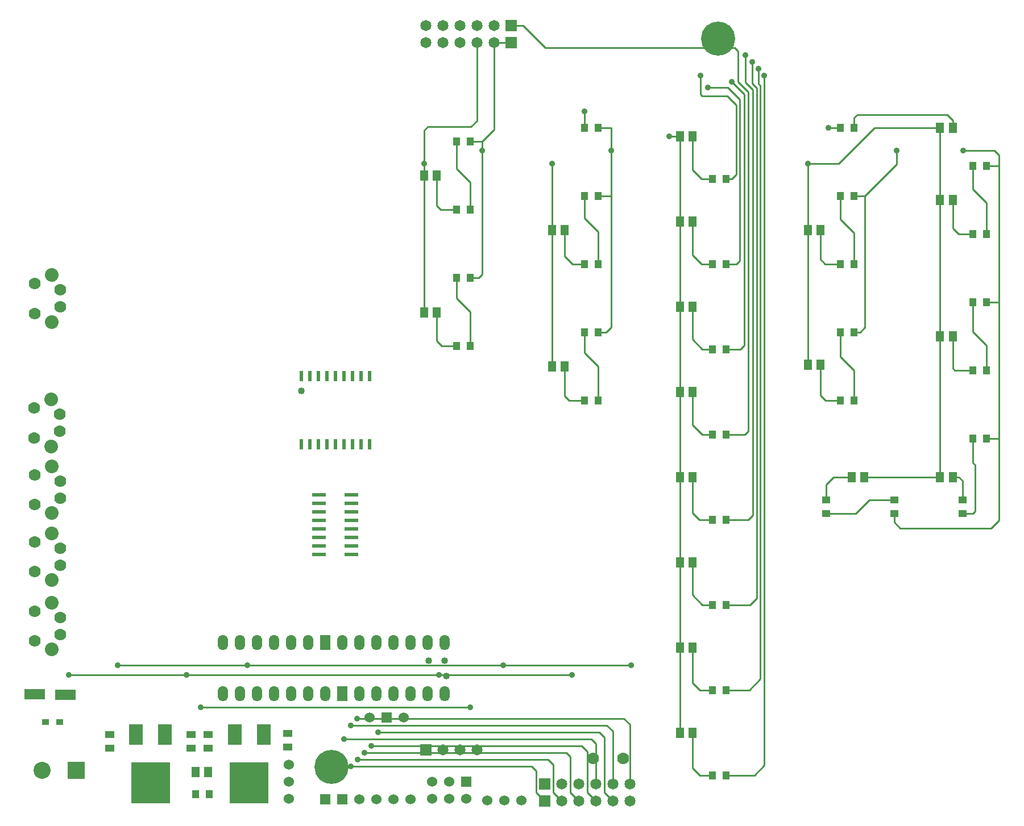
<source format=gbl>
G04 (created by PCBNEW-RS274X (2011-12-28 BZR 3254)-stable) date 7/11/2012 5:38:12 PM*
G01*
G70*
G90*
%MOIN*%
G04 Gerber Fmt 3.4, Leading zero omitted, Abs format*
%FSLAX34Y34*%
G04 APERTURE LIST*
%ADD10C,0.006000*%
%ADD11R,0.051200X0.059000*%
%ADD12R,0.040000X0.050000*%
%ADD13R,0.050000X0.040000*%
%ADD14C,0.060000*%
%ADD15R,0.060000X0.060000*%
%ADD16C,0.200000*%
%ADD17C,0.070000*%
%ADD18C,0.080000*%
%ADD19R,0.040000X0.035000*%
%ADD20R,0.022000X0.060000*%
%ADD21R,0.080000X0.024000*%
%ADD22C,0.065000*%
%ADD23R,0.065000X0.065000*%
%ADD24C,0.040000*%
%ADD25O,0.060000X0.090000*%
%ADD26R,0.060000X0.090000*%
%ADD27R,0.120000X0.064000*%
%ADD28R,0.056000X0.042000*%
%ADD29R,0.100000X0.100000*%
%ADD30C,0.100000*%
%ADD31R,0.228000X0.244000*%
%ADD32R,0.080000X0.120000*%
%ADD33C,0.035000*%
%ADD34C,0.010000*%
G04 APERTURE END LIST*
G54D10*
G54D11*
X69925Y-31750D03*
X69175Y-31750D03*
X54675Y-45000D03*
X53925Y-45000D03*
X54675Y-20000D03*
X53925Y-20000D03*
X54675Y-25000D03*
X53925Y-25000D03*
X54675Y-30000D03*
X53925Y-30000D03*
X54675Y-35000D03*
X53925Y-35000D03*
X54675Y-40000D03*
X53925Y-40000D03*
X54675Y-50000D03*
X53925Y-50000D03*
X54675Y-55000D03*
X53925Y-55000D03*
X64000Y-40000D03*
X64750Y-40000D03*
X69925Y-40000D03*
X69175Y-40000D03*
X69925Y-23750D03*
X69175Y-23750D03*
X69925Y-19525D03*
X69175Y-19525D03*
X62175Y-33400D03*
X61425Y-33400D03*
X62175Y-25500D03*
X61425Y-25500D03*
G54D12*
X55850Y-22500D03*
X56650Y-22500D03*
X64150Y-19500D03*
X63350Y-19500D03*
X71100Y-21750D03*
X71900Y-21750D03*
X71100Y-25750D03*
X71900Y-25750D03*
X71100Y-29750D03*
X71900Y-29750D03*
X71100Y-33750D03*
X71900Y-33750D03*
X71100Y-37750D03*
X71900Y-37750D03*
G54D13*
X70500Y-41350D03*
X70500Y-42150D03*
X66500Y-41350D03*
X66500Y-42150D03*
X62500Y-41350D03*
X62500Y-42150D03*
G54D12*
X55850Y-57500D03*
X56650Y-57500D03*
X55850Y-32500D03*
X56650Y-32500D03*
X55850Y-37500D03*
X56650Y-37500D03*
X48350Y-19500D03*
X49150Y-19500D03*
X55850Y-42500D03*
X56650Y-42500D03*
X55850Y-47500D03*
X56650Y-47500D03*
X55850Y-52500D03*
X56650Y-52500D03*
X55850Y-27500D03*
X56650Y-27500D03*
X63350Y-23500D03*
X64150Y-23500D03*
X63350Y-27500D03*
X64150Y-27500D03*
X63350Y-31500D03*
X64150Y-31500D03*
X63350Y-35500D03*
X64150Y-35500D03*
G54D11*
X39675Y-22300D03*
X38925Y-22300D03*
X47175Y-33500D03*
X46425Y-33500D03*
X47175Y-25500D03*
X46425Y-25500D03*
X39675Y-30350D03*
X38925Y-30350D03*
G54D12*
X40850Y-20300D03*
X41650Y-20300D03*
X40850Y-24300D03*
X41650Y-24300D03*
X40850Y-28300D03*
X41650Y-28300D03*
X40850Y-32300D03*
X41650Y-32300D03*
X48350Y-23500D03*
X49150Y-23500D03*
X48350Y-27500D03*
X49150Y-27500D03*
X48350Y-31500D03*
X49150Y-31500D03*
X48350Y-35500D03*
X49150Y-35500D03*
G54D14*
X35725Y-54100D03*
X37725Y-54100D03*
G54D15*
X36725Y-54100D03*
G54D16*
X33500Y-57000D03*
X56175Y-14275D03*
G54D17*
X16100Y-28650D03*
X16100Y-30400D03*
G54D18*
X17100Y-28150D03*
X17100Y-30900D03*
G54D17*
X17600Y-30025D03*
X17600Y-29025D03*
X16075Y-35950D03*
X16075Y-37700D03*
G54D18*
X17075Y-35450D03*
X17075Y-38200D03*
G54D17*
X17575Y-37325D03*
X17575Y-36325D03*
X16100Y-39875D03*
X16100Y-41625D03*
G54D18*
X17100Y-39375D03*
X17100Y-42125D03*
G54D17*
X17600Y-41250D03*
X17600Y-40250D03*
X16100Y-43800D03*
X16100Y-45550D03*
G54D18*
X17100Y-43300D03*
X17100Y-46050D03*
G54D17*
X17600Y-45175D03*
X17600Y-44175D03*
X16100Y-47875D03*
X16100Y-49625D03*
G54D18*
X17100Y-47375D03*
X17100Y-50125D03*
G54D17*
X17600Y-49250D03*
X17600Y-48250D03*
X50600Y-56500D03*
X48850Y-56500D03*
G54D19*
X17575Y-54375D03*
X16725Y-54375D03*
G54D20*
X35725Y-38075D03*
X35225Y-38075D03*
X34725Y-38075D03*
X34225Y-38075D03*
X33725Y-38075D03*
X33225Y-38075D03*
X32725Y-38075D03*
X32225Y-38075D03*
X32225Y-34075D03*
X32725Y-34075D03*
X33225Y-34075D03*
X33725Y-34075D03*
X34225Y-34075D03*
X34725Y-34075D03*
X35225Y-34075D03*
X35725Y-34075D03*
X31725Y-38075D03*
X31725Y-34075D03*
G54D21*
X32775Y-44550D03*
X32775Y-44050D03*
X32775Y-43550D03*
X32775Y-43050D03*
X32775Y-42550D03*
X32775Y-42050D03*
X32775Y-41550D03*
X32775Y-41050D03*
X34675Y-41050D03*
X34675Y-41550D03*
X34675Y-42050D03*
X34675Y-42550D03*
X34675Y-43050D03*
X34675Y-43550D03*
X34675Y-44050D03*
X34675Y-44550D03*
G54D11*
X25525Y-57325D03*
X26275Y-57325D03*
G54D22*
X42050Y-56025D03*
G54D23*
X39050Y-56025D03*
G54D22*
X40050Y-56025D03*
X41050Y-56025D03*
G54D12*
X25525Y-58625D03*
X26325Y-58625D03*
G54D24*
X31725Y-34950D03*
X40250Y-51675D03*
X40125Y-50775D03*
X39200Y-50775D03*
G54D14*
X39400Y-58875D03*
X39400Y-57875D03*
X40400Y-58875D03*
X40400Y-57875D03*
X41400Y-58875D03*
G54D15*
X41400Y-57875D03*
X33125Y-58900D03*
X34125Y-58900D03*
G54D14*
X35125Y-58900D03*
X36125Y-58900D03*
X37125Y-58900D03*
X38125Y-58900D03*
G54D25*
X28150Y-52725D03*
X29150Y-52725D03*
X30150Y-52725D03*
X31150Y-52725D03*
X32150Y-52725D03*
X33150Y-52725D03*
G54D26*
X34150Y-52725D03*
G54D25*
X35150Y-52725D03*
X36150Y-52725D03*
X37150Y-52725D03*
X38150Y-52725D03*
X39150Y-52725D03*
X40150Y-52725D03*
X27150Y-52725D03*
X40150Y-49725D03*
X39150Y-49725D03*
X38150Y-49725D03*
X37150Y-49725D03*
X36150Y-49725D03*
X35150Y-49725D03*
X34150Y-49725D03*
G54D26*
X33150Y-49725D03*
G54D25*
X32150Y-49725D03*
X31150Y-49725D03*
X30150Y-49725D03*
X29150Y-49725D03*
X28150Y-49725D03*
X27150Y-49725D03*
G54D27*
X17900Y-52775D03*
X16100Y-52750D03*
G54D28*
X26275Y-55125D03*
X26275Y-55925D03*
X30925Y-55850D03*
X30925Y-55050D03*
X25275Y-55125D03*
X25275Y-55925D03*
X20500Y-55125D03*
X20500Y-55925D03*
G54D29*
X18550Y-57200D03*
G54D30*
X16550Y-57200D03*
G54D23*
X46000Y-59000D03*
G54D22*
X47000Y-59000D03*
X48000Y-59000D03*
X49000Y-59000D03*
X50000Y-59000D03*
X51000Y-59000D03*
G54D23*
X46000Y-58000D03*
G54D22*
X47000Y-58000D03*
X48000Y-58000D03*
X49000Y-58000D03*
X50000Y-58000D03*
X51000Y-58000D03*
G54D23*
X44025Y-14500D03*
G54D22*
X43025Y-14500D03*
X42025Y-14500D03*
X41025Y-14500D03*
X40025Y-14500D03*
X39025Y-14500D03*
G54D23*
X44025Y-13500D03*
G54D22*
X43025Y-13500D03*
X42025Y-13500D03*
X41025Y-13500D03*
X40025Y-13500D03*
X39025Y-13500D03*
G54D14*
X31000Y-56875D03*
X31000Y-57875D03*
X31000Y-58875D03*
X44650Y-58975D03*
X43650Y-58975D03*
X42650Y-58975D03*
G54D31*
X22900Y-57950D03*
G54D32*
X23750Y-55125D03*
X22050Y-55125D03*
G54D31*
X28675Y-57950D03*
G54D32*
X29525Y-55125D03*
X27825Y-55125D03*
G54D33*
X28575Y-51050D03*
X20975Y-51050D03*
X51075Y-51050D03*
X43575Y-51050D03*
X53300Y-20000D03*
X42325Y-20850D03*
X70525Y-20850D03*
X49900Y-20850D03*
X66625Y-20850D03*
X46425Y-21600D03*
X61425Y-21600D03*
X38925Y-21600D03*
X58875Y-16450D03*
X58525Y-16050D03*
X58175Y-15650D03*
X57775Y-15250D03*
X56975Y-16825D03*
X55575Y-17150D03*
X55150Y-16450D03*
X39800Y-51600D03*
X47600Y-51600D03*
X18100Y-51600D03*
X25000Y-51600D03*
X41650Y-53525D03*
X25850Y-53525D03*
X35450Y-56175D03*
X35050Y-56575D03*
X34650Y-56975D03*
X35000Y-54175D03*
X34625Y-54575D03*
X35850Y-55775D03*
X34250Y-55375D03*
X36250Y-54975D03*
X48350Y-18550D03*
X62650Y-19500D03*
G54D34*
X43575Y-51050D02*
X28825Y-51050D01*
X28575Y-51050D02*
X28825Y-51050D01*
X20975Y-51050D02*
X28825Y-51050D01*
X51075Y-51050D02*
X43575Y-51050D01*
X53925Y-25000D02*
X53925Y-20000D01*
X53925Y-40000D02*
X53925Y-35000D01*
X53925Y-55000D02*
X53925Y-50000D01*
X53925Y-35000D02*
X53925Y-30000D01*
X53925Y-45000D02*
X53925Y-40000D01*
X53925Y-50000D02*
X53925Y-45000D01*
X53925Y-20000D02*
X53300Y-20000D01*
X53925Y-30000D02*
X53925Y-25000D01*
X66625Y-21125D02*
X66625Y-21650D01*
X49900Y-31200D02*
X49900Y-23500D01*
X70525Y-20850D02*
X72375Y-20850D01*
X72625Y-36675D02*
X72625Y-29750D01*
X66500Y-42650D02*
X66500Y-42150D01*
X72625Y-37750D02*
X72625Y-42550D01*
X42325Y-21175D02*
X42325Y-20300D01*
X66625Y-20850D02*
X66625Y-21125D01*
X49900Y-20600D02*
X49900Y-20850D01*
X66625Y-21650D02*
X64775Y-23500D01*
X64150Y-31500D02*
X64500Y-31500D01*
X42125Y-28300D02*
X42325Y-28100D01*
X71275Y-43000D02*
X66850Y-43000D01*
X64775Y-31225D02*
X64775Y-23500D01*
X49150Y-31500D02*
X49600Y-31500D01*
X72175Y-43000D02*
X71275Y-43000D01*
X49900Y-20600D02*
X49900Y-19500D01*
X71900Y-29750D02*
X72625Y-29750D01*
X42125Y-28300D02*
X41650Y-28300D01*
X43025Y-14500D02*
X44025Y-14500D01*
X49900Y-19500D02*
X49150Y-19500D01*
X41650Y-20300D02*
X42325Y-20300D01*
X43025Y-14500D02*
X43025Y-19600D01*
X64775Y-23500D02*
X64150Y-23500D01*
X71900Y-37750D02*
X72625Y-37750D01*
X72625Y-42550D02*
X72175Y-43000D01*
X43025Y-19600D02*
X42325Y-20300D01*
X49900Y-23500D02*
X49900Y-20600D01*
X72625Y-29750D02*
X72625Y-21750D01*
X42325Y-28100D02*
X42325Y-21175D01*
X49600Y-31500D02*
X49900Y-31200D01*
X49150Y-23500D02*
X49900Y-23500D01*
X72625Y-36675D02*
X72625Y-37750D01*
X72625Y-21750D02*
X72625Y-21100D01*
X66850Y-43000D02*
X66500Y-42650D01*
X72625Y-37450D02*
X72625Y-36675D01*
X42325Y-20850D02*
X42325Y-21175D01*
X64500Y-31500D02*
X64775Y-31225D01*
X72375Y-20850D02*
X72625Y-21100D01*
X72625Y-21750D02*
X71900Y-21750D01*
X42025Y-14500D02*
X42025Y-19100D01*
X65000Y-19850D02*
X63250Y-21600D01*
X65325Y-19525D02*
X65000Y-19850D01*
X42025Y-19100D02*
X41675Y-19450D01*
X46425Y-33500D02*
X46425Y-25500D01*
X64750Y-40000D02*
X69175Y-40000D01*
X69175Y-23750D02*
X69175Y-19525D01*
X69175Y-19525D02*
X65325Y-19525D01*
X61425Y-21600D02*
X61425Y-25500D01*
X41675Y-19450D02*
X39150Y-19450D01*
X69175Y-31750D02*
X69175Y-40000D01*
X38925Y-22200D02*
X38925Y-19675D01*
X61425Y-25500D02*
X61425Y-33400D01*
X38925Y-22300D02*
X38925Y-22200D01*
X38925Y-19675D02*
X39150Y-19450D01*
X69175Y-23750D02*
X69175Y-31750D01*
X38925Y-21600D02*
X38925Y-22200D01*
X61425Y-21600D02*
X63250Y-21600D01*
X46425Y-21600D02*
X46425Y-25500D01*
X38925Y-30350D02*
X38925Y-22300D01*
X56650Y-57500D02*
X58300Y-57500D01*
X58300Y-57500D02*
X58875Y-56925D01*
X58875Y-56925D02*
X58875Y-16450D01*
X58525Y-16925D02*
X58525Y-16050D01*
X58000Y-52500D02*
X58650Y-51850D01*
X58650Y-17050D02*
X58525Y-16925D01*
X58650Y-51850D02*
X58650Y-17050D01*
X56650Y-52500D02*
X58000Y-52500D01*
X56650Y-47500D02*
X58025Y-47500D01*
X58425Y-47100D02*
X58425Y-17175D01*
X58175Y-16925D02*
X58175Y-15650D01*
X58025Y-47500D02*
X58425Y-47100D01*
X58425Y-17175D02*
X58175Y-16925D01*
X58200Y-42250D02*
X58200Y-17275D01*
X56650Y-42500D02*
X57950Y-42500D01*
X57950Y-42500D02*
X58200Y-42250D01*
X57775Y-16850D02*
X57775Y-15250D01*
X58200Y-17275D02*
X57775Y-16850D01*
X46050Y-14825D02*
X44725Y-13500D01*
X57750Y-37500D02*
X57950Y-37300D01*
X57150Y-14825D02*
X46050Y-14825D01*
X57350Y-16800D02*
X57350Y-15025D01*
X44725Y-13500D02*
X44025Y-13500D01*
X57350Y-15025D02*
X57150Y-14825D01*
X57950Y-37300D02*
X57950Y-17400D01*
X57950Y-17400D02*
X57350Y-16800D01*
X56650Y-37500D02*
X57750Y-37500D01*
X56650Y-32500D02*
X57475Y-32500D01*
X57475Y-32500D02*
X57700Y-32275D01*
X57700Y-32275D02*
X57700Y-17550D01*
X57700Y-17550D02*
X56975Y-16825D01*
X57450Y-27300D02*
X57450Y-17850D01*
X55575Y-17150D02*
X56750Y-17150D01*
X56650Y-27500D02*
X57250Y-27500D01*
X57250Y-27500D02*
X57450Y-27300D01*
X56750Y-17150D02*
X57450Y-17850D01*
X57225Y-18175D02*
X56700Y-17650D01*
X56975Y-22500D02*
X57225Y-22250D01*
X55250Y-17650D02*
X56700Y-17650D01*
X57225Y-22250D02*
X57225Y-18175D01*
X55150Y-16450D02*
X55150Y-17550D01*
X56650Y-22500D02*
X56975Y-22500D01*
X55150Y-17550D02*
X55250Y-17650D01*
X40850Y-51600D02*
X47600Y-51600D01*
X25000Y-51600D02*
X39800Y-51600D01*
X39800Y-51600D02*
X40850Y-51600D01*
X18100Y-51600D02*
X25000Y-51600D01*
X25850Y-53525D02*
X41650Y-53525D01*
X47500Y-58500D02*
X48000Y-59000D01*
X46600Y-56175D02*
X47275Y-56175D01*
X47275Y-56175D02*
X47500Y-56400D01*
X47500Y-56400D02*
X47500Y-58500D01*
X35450Y-56175D02*
X46600Y-56175D01*
X46200Y-56575D02*
X46500Y-56875D01*
X46500Y-56875D02*
X46500Y-58500D01*
X46000Y-56575D02*
X46200Y-56575D01*
X46500Y-58500D02*
X47000Y-59000D01*
X35050Y-56575D02*
X46000Y-56575D01*
X34650Y-56975D02*
X44875Y-56975D01*
X45500Y-57250D02*
X45500Y-58500D01*
X45225Y-56975D02*
X45500Y-57250D01*
X45500Y-58500D02*
X46000Y-59000D01*
X44875Y-56975D02*
X45225Y-56975D01*
X51000Y-58000D02*
X51000Y-54525D01*
X51000Y-54525D02*
X50650Y-54175D01*
X35000Y-54175D02*
X50650Y-54175D01*
X34625Y-54575D02*
X49650Y-54575D01*
X50000Y-58000D02*
X50000Y-54925D01*
X50000Y-54925D02*
X49650Y-54575D01*
X48175Y-55775D02*
X48500Y-56100D01*
X48500Y-56100D02*
X48500Y-58500D01*
X47800Y-55775D02*
X48175Y-55775D01*
X48500Y-58500D02*
X49000Y-59000D01*
X35850Y-55775D02*
X47800Y-55775D01*
X48725Y-55375D02*
X49000Y-55650D01*
X48375Y-55375D02*
X48725Y-55375D01*
X49000Y-55650D02*
X49000Y-58000D01*
X34250Y-55375D02*
X48375Y-55375D01*
X48925Y-54975D02*
X49200Y-54975D01*
X49500Y-58500D02*
X50000Y-59000D01*
X49500Y-55275D02*
X49500Y-58500D01*
X36250Y-54975D02*
X48925Y-54975D01*
X49200Y-54975D02*
X49500Y-55275D01*
X64150Y-35500D02*
X64150Y-33750D01*
X64150Y-33750D02*
X63350Y-32950D01*
X63350Y-32950D02*
X63350Y-31500D01*
X49150Y-33500D02*
X48350Y-32700D01*
X49150Y-35500D02*
X49150Y-33500D01*
X48350Y-32700D02*
X48350Y-31500D01*
X48350Y-18550D02*
X48350Y-19500D01*
X63350Y-19500D02*
X62650Y-19500D01*
X63350Y-24875D02*
X63350Y-23500D01*
X64150Y-25675D02*
X63350Y-24875D01*
X64150Y-27500D02*
X64150Y-25675D01*
X71100Y-31475D02*
X71100Y-29750D01*
X71900Y-33750D02*
X71900Y-32275D01*
X71900Y-32275D02*
X71100Y-31475D01*
X71900Y-25750D02*
X71900Y-23925D01*
X71100Y-23125D02*
X71100Y-21750D01*
X71900Y-23925D02*
X71100Y-23125D01*
X64250Y-42150D02*
X65050Y-41350D01*
X65050Y-41350D02*
X66500Y-41350D01*
X62500Y-42150D02*
X64250Y-42150D01*
X41650Y-24300D02*
X41650Y-22700D01*
X40850Y-21900D02*
X40850Y-20300D01*
X41650Y-22700D02*
X40850Y-21900D01*
X41650Y-30325D02*
X40850Y-29525D01*
X41650Y-32300D02*
X41650Y-30325D01*
X40850Y-29525D02*
X40850Y-28300D01*
X49150Y-27500D02*
X49150Y-25600D01*
X49150Y-25600D02*
X48350Y-24800D01*
X48350Y-24800D02*
X48350Y-23500D01*
X55850Y-47500D02*
X55250Y-47500D01*
X54675Y-46925D02*
X54675Y-45000D01*
X55250Y-47500D02*
X54675Y-46925D01*
X55850Y-42500D02*
X55075Y-42500D01*
X54675Y-42100D02*
X54675Y-40000D01*
X55075Y-42500D02*
X54675Y-42100D01*
X55225Y-37500D02*
X54675Y-36950D01*
X55850Y-37500D02*
X55225Y-37500D01*
X54675Y-36950D02*
X54675Y-35000D01*
X55850Y-32500D02*
X55250Y-32500D01*
X54675Y-31925D02*
X54675Y-30000D01*
X55250Y-32500D02*
X54675Y-31925D01*
X54675Y-26975D02*
X54675Y-25000D01*
X55200Y-27500D02*
X54675Y-26975D01*
X55850Y-27500D02*
X55200Y-27500D01*
X55850Y-22500D02*
X55200Y-22500D01*
X54675Y-21975D02*
X54675Y-20000D01*
X55200Y-22500D02*
X54675Y-21975D01*
X62500Y-41350D02*
X62500Y-40450D01*
X62950Y-40000D02*
X64000Y-40000D01*
X62500Y-40450D02*
X62950Y-40000D01*
X70500Y-41350D02*
X70500Y-40225D01*
X70275Y-40000D02*
X69925Y-40000D01*
X70500Y-40225D02*
X70275Y-40000D01*
X69925Y-31750D02*
X69925Y-33625D01*
X69925Y-33625D02*
X70050Y-33750D01*
X71100Y-33750D02*
X70050Y-33750D01*
X71100Y-25750D02*
X70275Y-25750D01*
X70275Y-25750D02*
X69925Y-25400D01*
X69925Y-23750D02*
X69925Y-25400D01*
X39900Y-24300D02*
X39675Y-24075D01*
X39675Y-24075D02*
X39675Y-22300D01*
X40850Y-24300D02*
X39900Y-24300D01*
X40850Y-32300D02*
X39975Y-32300D01*
X39975Y-32300D02*
X39675Y-32000D01*
X39675Y-32000D02*
X39675Y-30350D01*
X71100Y-39150D02*
X71100Y-37750D01*
X70500Y-42150D02*
X71100Y-42150D01*
X71250Y-39300D02*
X71100Y-39150D01*
X71250Y-42000D02*
X71250Y-39300D01*
X71100Y-42150D02*
X71250Y-42000D01*
X47625Y-27500D02*
X47175Y-27050D01*
X48350Y-27500D02*
X47625Y-27500D01*
X47175Y-27050D02*
X47175Y-25500D01*
X48350Y-35500D02*
X47425Y-35500D01*
X47175Y-35250D02*
X47175Y-33500D01*
X47425Y-35500D02*
X47175Y-35250D01*
X62450Y-27500D02*
X62175Y-27225D01*
X62175Y-27225D02*
X62175Y-25500D01*
X63350Y-27500D02*
X62450Y-27500D01*
X69925Y-19525D02*
X69925Y-19075D01*
X69600Y-18750D02*
X64325Y-18750D01*
X64325Y-18750D02*
X64150Y-18925D01*
X64150Y-18925D02*
X64150Y-19500D01*
X69925Y-19075D02*
X69600Y-18750D01*
X63350Y-35500D02*
X62475Y-35500D01*
X62175Y-35200D02*
X62175Y-33400D01*
X62475Y-35500D02*
X62175Y-35200D01*
X55850Y-57500D02*
X55100Y-57500D01*
X54675Y-57075D02*
X54675Y-55000D01*
X55100Y-57500D02*
X54675Y-57075D01*
X55850Y-52500D02*
X55100Y-52500D01*
X54675Y-52075D02*
X54675Y-50000D01*
X55100Y-52500D02*
X54675Y-52075D01*
M02*

</source>
